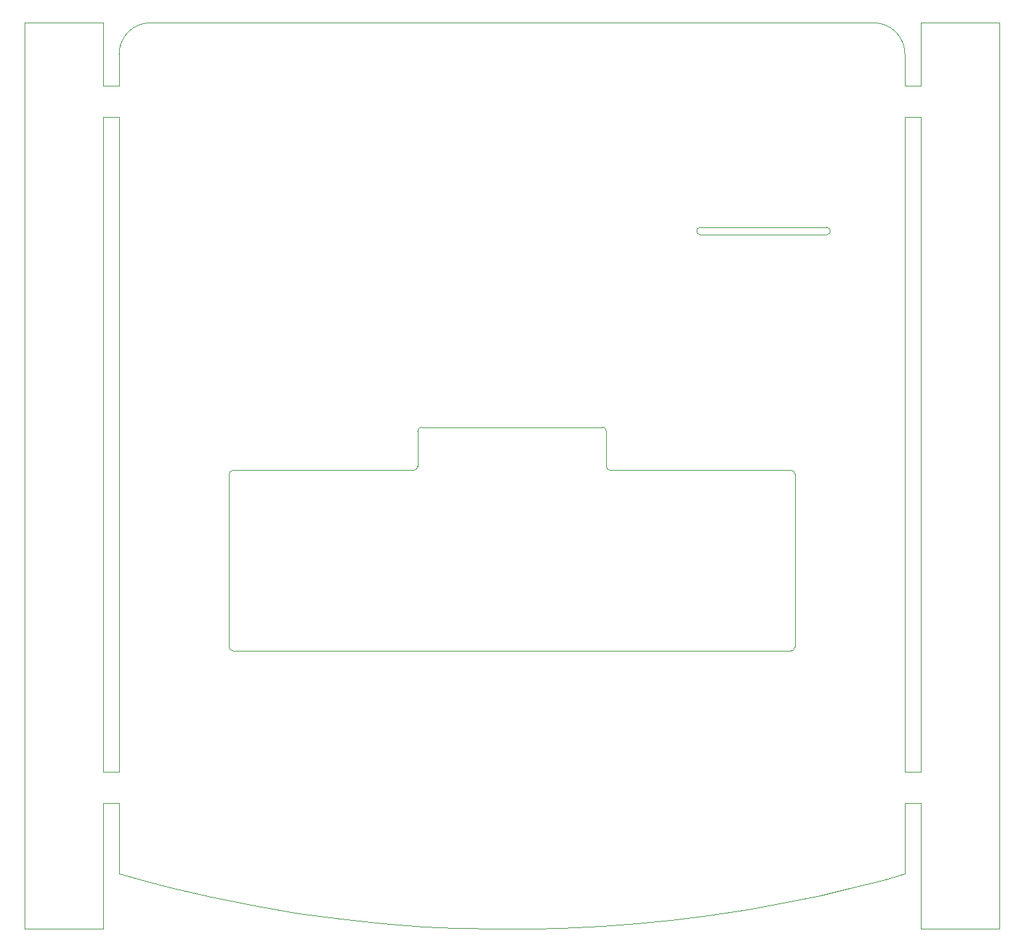
<source format=gbr>
G04 #@! TF.GenerationSoftware,KiCad,Pcbnew,5.1.5+dfsg1-2build2*
G04 #@! TF.CreationDate,2021-05-28T09:23:47+02:00*
G04 #@! TF.ProjectId,OpenDropV4,4f70656e-4472-46f7-9056-342e6b696361,rev?*
G04 #@! TF.SameCoordinates,Original*
G04 #@! TF.FileFunction,Profile,NP*
%FSLAX46Y46*%
G04 Gerber Fmt 4.6, Leading zero omitted, Abs format (unit mm)*
G04 Created by KiCad (PCBNEW 5.1.5+dfsg1-2build2) date 2021-05-28 09:23:47*
%MOMM*%
%LPD*%
G04 APERTURE LIST*
%ADD10C,0.100000*%
G04 APERTURE END LIST*
D10*
X112500000Y-88000000D02*
G75*
G02X112000000Y-87500000I0J500000D01*
G01*
X111500000Y-82500000D02*
G75*
G02X112000000Y-83000000I0J-500000D01*
G01*
X88000000Y-83000000D02*
G75*
G02X88500000Y-82500000I500000J0D01*
G01*
X88000000Y-87500000D02*
G75*
G02X87500000Y-88000000I-500000J0D01*
G01*
X136000000Y-110500000D02*
G75*
G02X135500000Y-111000000I-500000J0D01*
G01*
X135500000Y-88000000D02*
G75*
G02X136000000Y-88500000I0J-500000D01*
G01*
X64000000Y-88500000D02*
G75*
G02X64500000Y-88000000I500000J0D01*
G01*
X64500000Y-111000000D02*
G75*
G02X64000000Y-110500000I0J500000D01*
G01*
X112500000Y-88000000D02*
X135500000Y-88000000D01*
X112000000Y-83000000D02*
X112000000Y-87500000D01*
X88000000Y-83000000D02*
X88000000Y-87500000D01*
X64500000Y-111000000D02*
X135500000Y-111000000D01*
X88500000Y-82500000D02*
X111500000Y-82500000D01*
X136000000Y-88500000D02*
X136000000Y-110500000D01*
X64000000Y-88500000D02*
X64000000Y-110500000D01*
X64500000Y-88000000D02*
X87500000Y-88000000D01*
X48000000Y-130400000D02*
X48000000Y-146400000D01*
X48000000Y-43000000D02*
X48000000Y-126400000D01*
X48000000Y-31000000D02*
X48000000Y-39000000D01*
X152000000Y-39000000D02*
X152000000Y-31000000D01*
X152000000Y-126400000D02*
X152000000Y-43000000D01*
X152000000Y-146400000D02*
X152000000Y-130400000D01*
X50000000Y-39000000D02*
X50000000Y-35000000D01*
X50000000Y-126400000D02*
X50000000Y-43000000D01*
X48000000Y-130400000D02*
X50000000Y-130400000D01*
X48000000Y-126400000D02*
X50000000Y-126400000D01*
X48000000Y-43000000D02*
X50000000Y-43000000D01*
X48000000Y-39000000D02*
X50000000Y-39000000D01*
X150000000Y-39000000D02*
X150000000Y-35000000D01*
X150000000Y-126400000D02*
X150000000Y-43000000D01*
X150000000Y-126400000D02*
X152000000Y-126400000D01*
X150000000Y-130400000D02*
X152000000Y-130400000D01*
X152000000Y-43000000D02*
X150000000Y-43000000D01*
X152000000Y-39000000D02*
X150000000Y-39000000D01*
X152000000Y-146400000D02*
X162000000Y-146400000D01*
X162000000Y-31000000D02*
X152000000Y-31000000D01*
X38000000Y-31000000D02*
X48000000Y-31000000D01*
X38000000Y-146400000D02*
X48000000Y-146400000D01*
X38000000Y-31000000D02*
X38000000Y-146400000D01*
X162000000Y-31000000D02*
X162000000Y-146400000D01*
X150000000Y-130400000D02*
X150000000Y-139386000D01*
X140000000Y-57025000D02*
G75*
G02X140000000Y-58025000I0J-500000D01*
G01*
X124000000Y-58025000D02*
G75*
G02X124000000Y-57025000I0J500000D01*
G01*
X140000000Y-58025000D02*
X124000000Y-58025000D01*
X124000000Y-57025000D02*
X140000000Y-57025000D01*
X53312000Y-140316000D02*
X50000000Y-139386000D01*
X56532000Y-141136000D02*
X53312000Y-140316000D01*
X61712000Y-142336000D02*
X56532000Y-141136000D01*
X67632000Y-143516000D02*
X61712000Y-142336000D01*
X72892000Y-144396000D02*
X67632000Y-143516000D01*
X78192000Y-145116000D02*
X72892000Y-144396000D01*
X83552000Y-145676000D02*
X78192000Y-145116000D01*
X88742000Y-146086000D02*
X83552000Y-145676000D01*
X92882000Y-146296000D02*
X88742000Y-146086000D01*
X98602000Y-146406000D02*
X92882000Y-146296000D01*
X102582000Y-146406000D02*
X98602000Y-146406000D01*
X106212000Y-146316000D02*
X102582000Y-146406000D01*
X111462000Y-146056000D02*
X106212000Y-146316000D01*
X115842000Y-145736000D02*
X111462000Y-146056000D01*
X120962000Y-145196000D02*
X115842000Y-145736000D01*
X124962000Y-144696000D02*
X120962000Y-145196000D01*
X130032000Y-143916000D02*
X124962000Y-144696000D01*
X135352000Y-142936000D02*
X130032000Y-143916000D01*
X139252000Y-142116000D02*
X135352000Y-142936000D01*
X142962000Y-141256000D02*
X139252000Y-142116000D01*
X147202000Y-140166000D02*
X142962000Y-141256000D01*
X150000000Y-139386000D02*
X147202000Y-140166000D01*
X150000000Y-35000000D02*
G75*
G03X146000000Y-31000000I-4000000J0D01*
G01*
X54000000Y-31000000D02*
G75*
G03X50000000Y-35000000I0J-4000000D01*
G01*
X50000000Y-130400000D02*
X50000000Y-139386000D01*
X54000000Y-31000000D02*
X146000000Y-31000000D01*
M02*

</source>
